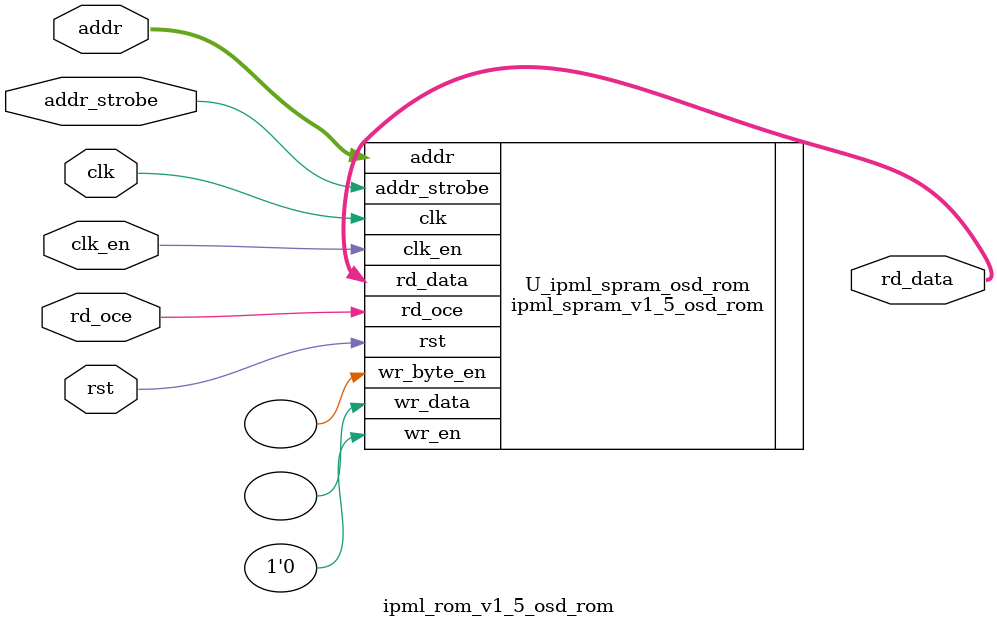
<source format=v>




module ipml_rom_v1_5_osd_rom
 #(
    parameter  c_SIM_DEVICE     = "LOGOS"      ,
    parameter  c_ADDR_WIDTH     = 10           ,           //write address width  legal value:1~20 
    parameter  c_DATA_WIDTH     = 32           ,           //write data width     legal value:8~1152
    parameter  c_OUTPUT_REG     = 0            ,           //output register      legal value:1~20
    parameter  c_RD_OCE_EN      = 0            ,
    parameter  c_CLK_EN         = 0            ,
    parameter  c_ADDR_STROBE_EN = 0            ,
    parameter  c_RESET_TYPE     = "ASYNC_RESET",           //ASYNC_RESET_SYNC_RELEASE SYNC_RESET legal valve "ASYNC_RESET_SYNC_RELEASE" "SYNC_RESET" "ASYNC_RESET"
    parameter  c_POWER_OPT      = 0            ,           //0 :normal mode  1:low power mode legal value:0 or 1
    parameter  c_CLK_OR_POL_INV = 0            ,           //clk polarity invert for output register   legal value 1 or 0           
    parameter  c_INIT_FILE      = "NONE"       ,           //legal value:"NONE" or "initial file name"
    parameter  c_INIT_FORMAT    = "BIN"                   //initial data format   legal valve: "bin" or "hex"
    
 )
  (
   
    input  wire [c_ADDR_WIDTH-1 : 0]  addr        ,
    output wire [c_DATA_WIDTH-1 : 0]  rd_data     ,
    input  wire                       clk         ,
    input  wire                       clk_en      ,
    input  wire                       addr_strobe ,
    input  wire                       rst         ,
    input  wire                       rd_oce       
  );

//**********************************************************************************************************************************************   
    
//main code
//*************************************************************************************************************************************
//inner variables

ipml_spram_v1_5_osd_rom
 #(
    .c_SIM_DEVICE     (c_SIM_DEVICE),
    .c_ADDR_WIDTH     (c_ADDR_WIDTH),           //write address width  legal value:1~20                              
    .c_DATA_WIDTH     (c_DATA_WIDTH),           //write data width     legal value:8~1152                            
    .c_OUTPUT_REG     (c_OUTPUT_REG),           //output register      legal value:1~20                              
    .c_RD_OCE_EN      (c_RD_OCE_EN),
    .c_ADDR_STROBE_EN (c_ADDR_STROBE_EN),
    .c_CLK_EN         (c_CLK_EN),
    .c_RESET_TYPE     (c_RESET_TYPE),           //legal valve "ASYNC_RESET_SYNC_RELEASE" "SYNC_RESET" "ASYNC_RESET"  
    .c_POWER_OPT      (c_POWER_OPT),            //0 :normal mode  1:low power mode legal value:0 or 1                 
    .c_CLK_OR_POL_INV (c_CLK_OR_POL_INV),       //clk polarity invert for output register legal value 1 or 0         
    .c_INIT_FILE      (c_INIT_FILE),            //legal value:"NONE" or "initial file name"                          
    .c_INIT_FORMAT    (c_INIT_FORMAT),          //initial data format   legal valve: "bin" or "hex"                  
    .c_WR_BYTE_EN     (0),                      //byte write enable    legal value: 0 or 1                            
    .c_BE_WIDTH       (1),                      //byte width legal value: 1~128
    .c_RAM_MODE       ("ROM"),
    .c_WRITE_MODE     ("NORMAL_WRITE")          //global reset enable  legal value 0 or 1                            
 )  U_ipml_spram_osd_rom                       //"NORMAL_WRITE"; // TRANSPARENT_WRITE READ_BEFORE_WRITE             
  (
   
    .addr        (addr),
    .wr_data     (),
    .rd_data     (rd_data),
    .wr_en       (1'b0),
    .clk         (clk),
    .clk_en      (clk_en),
    .addr_strobe (addr_strobe),
    .rst         (rst),
    .wr_byte_en  (),
    .rd_oce      (rd_oce) 
  );
 

endmodule


</source>
